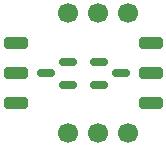
<source format=gbr>
%TF.GenerationSoftware,KiCad,Pcbnew,7.0.9*%
%TF.CreationDate,2023-11-12T02:22:26+01:00*%
%TF.ProjectId,try2,74727932-2e6b-4696-9361-645f70636258,rev?*%
%TF.SameCoordinates,Original*%
%TF.FileFunction,Paste,Top*%
%TF.FilePolarity,Positive*%
%FSLAX46Y46*%
G04 Gerber Fmt 4.6, Leading zero omitted, Abs format (unit mm)*
G04 Created by KiCad (PCBNEW 7.0.9) date 2023-11-12 02:22:26*
%MOMM*%
%LPD*%
G01*
G04 APERTURE LIST*
G04 Aperture macros list*
%AMRoundRect*
0 Rectangle with rounded corners*
0 $1 Rounding radius*
0 $2 $3 $4 $5 $6 $7 $8 $9 X,Y pos of 4 corners*
0 Add a 4 corners polygon primitive as box body*
4,1,4,$2,$3,$4,$5,$6,$7,$8,$9,$2,$3,0*
0 Add four circle primitives for the rounded corners*
1,1,$1+$1,$2,$3*
1,1,$1+$1,$4,$5*
1,1,$1+$1,$6,$7*
1,1,$1+$1,$8,$9*
0 Add four rect primitives between the rounded corners*
20,1,$1+$1,$2,$3,$4,$5,0*
20,1,$1+$1,$4,$5,$6,$7,0*
20,1,$1+$1,$6,$7,$8,$9,0*
20,1,$1+$1,$8,$9,$2,$3,0*%
G04 Aperture macros list end*
%ADD10C,1.700000*%
%ADD11RoundRect,0.150000X0.587500X0.150000X-0.587500X0.150000X-0.587500X-0.150000X0.587500X-0.150000X0*%
%ADD12RoundRect,0.150000X-0.587500X-0.150000X0.587500X-0.150000X0.587500X0.150000X-0.587500X0.150000X0*%
%ADD13RoundRect,0.250000X-0.750000X0.250000X-0.750000X-0.250000X0.750000X-0.250000X0.750000X0.250000X0*%
G04 APERTURE END LIST*
D10*
%TO.C,J3*%
X150495000Y-86868000D03*
X147955000Y-86868000D03*
X145415000Y-86868000D03*
%TD*%
D11*
%TO.C,Q2*%
X145385000Y-92898000D03*
X145385000Y-90998000D03*
X143510000Y-91948000D03*
%TD*%
D12*
%TO.C,Q1*%
X149860000Y-91948000D03*
X147985000Y-92898000D03*
X147985000Y-90998000D03*
%TD*%
D13*
%TO.C,J8*%
X140970000Y-89408000D03*
%TD*%
%TO.C,J7*%
X152400000Y-94488000D03*
%TD*%
%TO.C,J6*%
X140970000Y-94488000D03*
%TD*%
%TO.C,J5*%
X140970000Y-91948000D03*
%TD*%
D10*
%TO.C,J4*%
X150495000Y-97028000D03*
X147955000Y-97028000D03*
X145415000Y-97028000D03*
%TD*%
D13*
%TO.C,J2*%
X152400000Y-91948000D03*
%TD*%
%TO.C,J1*%
X152400000Y-89408000D03*
%TD*%
M02*

</source>
